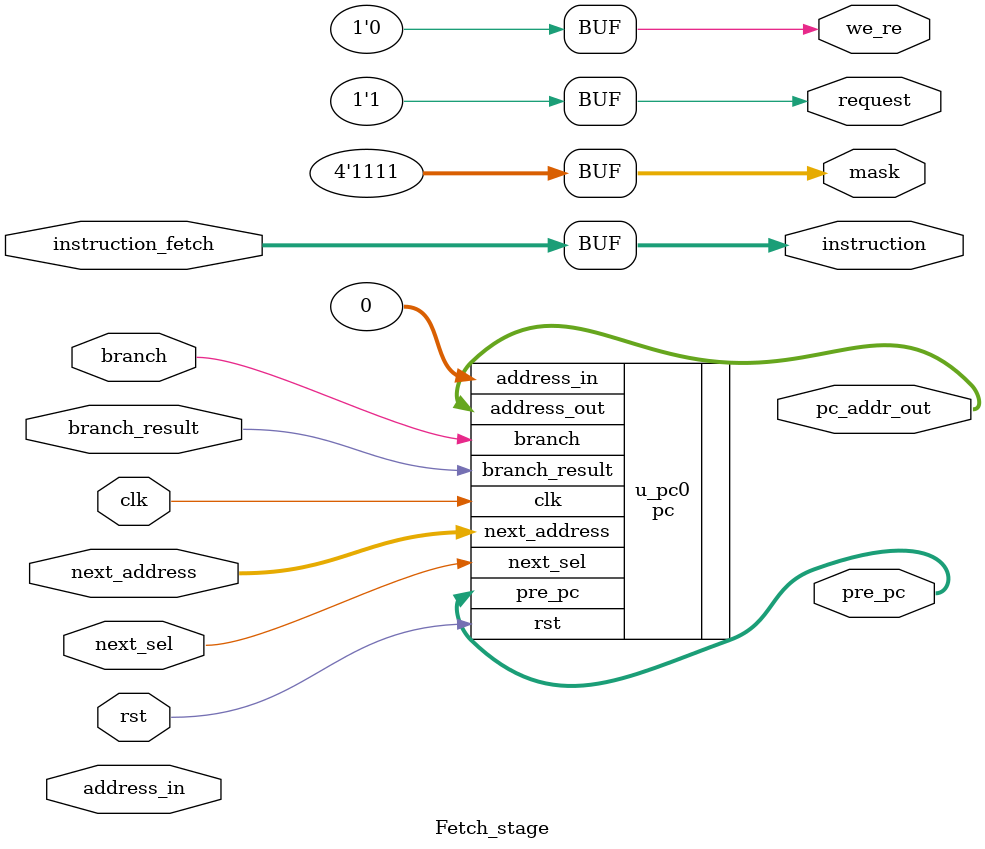
<source format=sv>


module Fetch_stage
#
(
parameter INSTRUCTION =32,
parameter ADDRESS=32
)
(
   input  clk,
   input  rst,
/* verilator lint_off UNUSED */
   input  [ADDRESS-1:0] address_in,
   input  [ADDRESS-1:0] next_address,
   input  [INSTRUCTION-1:0] instruction_fetch,
   input  branch,
   input  next_sel,
   input  branch_result,

   output logic request,
   output logic we_re,
   output logic [3:0]mask,
   output logic [INSTRUCTION-1:0] instruction,
   output logic [ADDRESS-1:0] pre_pc,
   output logic [ADDRESS-1:0] pc_addr_out
   );
        // PROGRAM COUNTER
pc u_pc0 
(
    .clk(clk),
    .rst(rst),
/* verilator lint_off UNUSED */
    .address_in(0),
    .next_sel(next_sel),
    .next_address(next_address),
    .pre_pc(pre_pc),
    .branch(branch),
    .branch_result(branch_result),
    .address_out(pc_addr_out)
);



    always_comb begin
        instruction = instruction_fetch ;
        mask = 4'b1111;
        request = 1;
        we_re   = 0;
    end

endmodule

</source>
